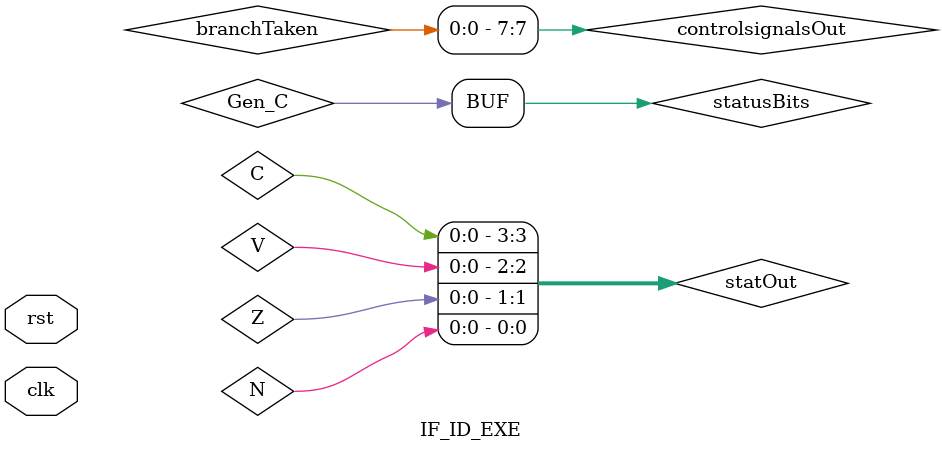
<source format=v>
module IF_ID_EXE(input clk , rst);

wire [31:0] ALURes;

wire C,V,Z,N ;
wire Gen_C,Gen_V,Gen_Z,Gen_N;
// assign C = 1;
wire [31:0] WB_Value;
wire [3:0] WB_Dest;
wire WB_WB_EN, Two_src; 
wire branchTaken, freeze, flush;
wire[31:0] branchAddress;
wire WB_EN_OUT, MEM_R_EN_OUT;   
wire[3:0] WBDest;
wire [31:0] Rn, Rm ; 
wire imm ,COUT, ZOUT, VOUT, NOUT ;
wire[23:0] signedIMM  ;
wire[11:0] valGeneratorIMM  ;
wire[8:0] controlsignals ;
wire [31:0] IF_PC , IF_instruction;
wire [31:0] PC_ID , instruction_ID;
wire[3:0] hazard_src2;
wire [3:0] dest;
wire [3:0] WBDestOut;
wire[8:0] controlsignalsOut; 

IF intructionFetch(clk , rst ,branchTaken, freeze, branchAddress , IF_PC , IF_instruction);
IF_Reg intructionFetchRegister(clk,rst , freeze , branchTaken , IF_PC , IF_instruction , PC_ID , instruction_ID);
ID instructionDecode (clk, rst,C,V,Z,N, WB_WB_EN, freeze, PC_ID, instruction_ID, WB_Value,
     WBDest, Rn, Rm , imm ,COUT, ZOUT, VOUT, NOUT,signedIMM, valGeneratorIMM , controlsignals, Two_src, hazard_src2);

wire MEM_W_EN_OUT, memWEnOut;
Hazard hazard(  WB_EN_OUT, controlsignalsOut[0], Two_src,
                dest, WBDestOut,
                instruction_ID[19:16], hazard_src2,
                freeze);
wire [31:0] RnOut, RmOut ; 
wire[23:0] signedIMMOut  ;
wire[11:0] valGeneratorIMMOut  ;
assign branchTaken=controlsignalsOut[7];
wire [31:0] IF_PCOut , IF_instructionOut;
wire [31:0] PC_IDOut , instruction_IDOut;
wire immOut,CoutOut;
ID_Reg id_reg(clk, rst,branchTaken, controlsignals[0], controlsignals[1],controlsignals[2],controlsignals[6:3],controlsignals[7],controlsignals[8] , PC_ID ,Rn,Rm,imm,valGeneratorIMM,signedIMM,instruction_ID[15:12],
         controlsignalsOut[0], controlsignalsOut[1],controlsignalsOut[2],controlsignalsOut[6:3],controlsignalsOut[7],controlsignalsOut[8] , PC_IDOut ,RnOut,RmOut,immOut,valGeneratorIMMOut,signedIMMOut,WBDestOut,1'b0,COUT,CoutOut);   
wire memREnOut, WEout;
wire[31:0] valRmOut;

wire statusBits;
EXE exe(clk, rst,
        controlsignalsOut[1], controlsignalsOut[2], controlsignalsOut[0] ,
        controlsignalsOut[6:3], PC_IDOut, RnOut, RmOut, immOut, valGeneratorIMMOut,
        signedIMMOut,CoutOut, memREnOut, memWEnOut , WEout, Gen_V,ALURes, valRmOut,
        branchAddress,statusBits);
assign Gen_Z = (ALURes==0)? 1 : 0;
assign Gen_N = (ALURes[31] == 1)? 1:0;
assign Gen_C = statusBits;
//  assign out={SOUT, B, EXE_CMD,MEM_WB_EN, MEM_R_EN,WB_EN}; DONOT DELETE THIS
wire [3:0] statOut;
StatusReg StReg(clk, rst,controlsignalsOut[8] ,{Gen_C , Gen_V, Gen_Z, Gen_N},statOut);
assign C = statOut[3];
assign V = statOut[2];
assign Z = statOut[1];
assign N = statOut[0];
wire [31:0] ALUResOut, valRmOut2;
EXE_Reg exeReg (clk ,rst, 
        WEout , memREnOut , memWEnOut ,
        ALURes , valRmOut,
        WBDestOut, 
        WB_EN_OUT, MEM_R_EN_OUT, MEM_W_EN_OUT,
        ALUResOut , valRmOut2 , dest);

wire [31:0] memOut;
wire MEMReg_MEM_R_EN_OUT; 
wire [31:0] MEMReg_ALUResOut; 
wire [31:0] MEMReg_DataMemoryOutput32Bit_Out; 

DataMemory dataMemory (clk , rst ,MEM_W_EN_OUT , MEM_R_EN_OUT , ALUResOut,valRmOut2, memOut);
MEM_Reg memReg(clk, rst, 1'b0, WB_EN_OUT, MEM_R_EN_OUT, ALUResOut, memOut, dest,
                 WB_WB_EN,  MEMReg_MEM_R_EN_OUT,  MEMReg_ALUResOut,  MEMReg_DataMemoryOutput32Bit_Out, WBDest);

// WB stage:

Mux2to1 wbStage(MEMReg_MEM_R_EN_OUT, MEMReg_ALUResOut, MEMReg_DataMemoryOutput32Bit_Out, WB_Value);

endmodule
</source>
